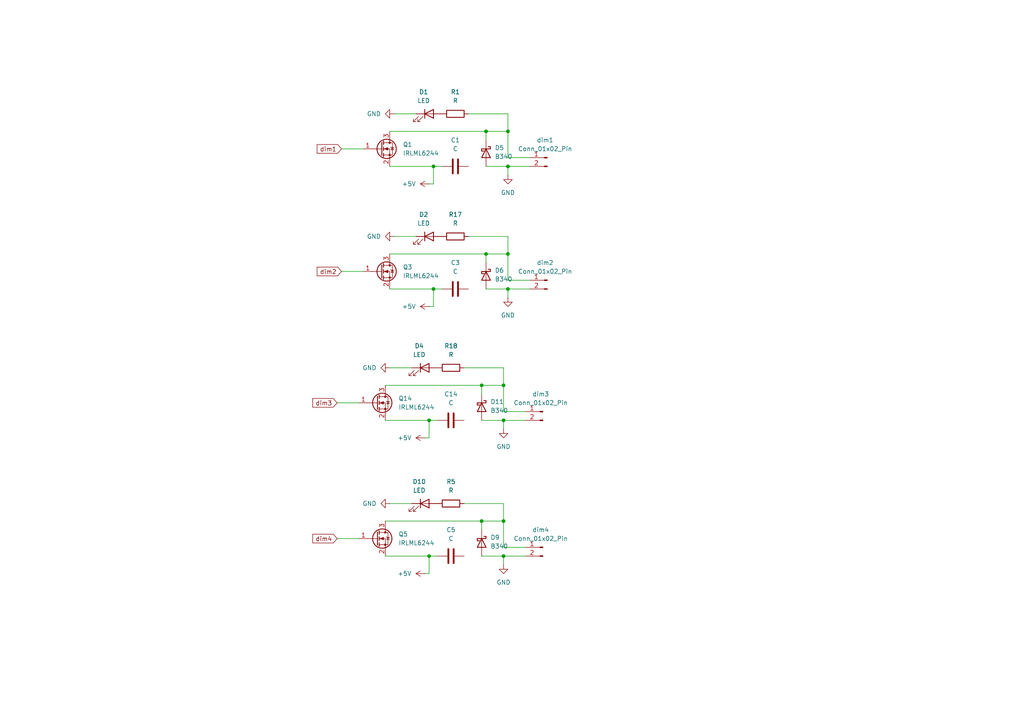
<source format=kicad_sch>
(kicad_sch (version 20231120) (generator "eeschema") (generator_version "8.0")
  (paper "A4")
  (lib_symbols
    (symbol "Connector:Conn_01x02_Pin" (pin_names (offset 1.016) hide)
      (property "Reference" "J" (at 0 2.54 0))
      (property "Value" "Conn_01x02_Pin" (at 0 -5.08 0))
      (symbol "Conn_01x02_Pin_1_1"
        (polyline (pts (xy 1.27 -2.54) (xy 0.8636 -2.54)) (stroke (width 0.1524)))
        (polyline (pts (xy 1.27 0) (xy 0.8636 0)) (stroke (width 0.1524)))
        (rectangle (start 0.8636 -2.413) (end 0 -2.667) (stroke (width 0.1524)) (fill (type outline)))
        (rectangle (start 0.8636 0.127) (end 0 -0.127) (stroke (width 0.1524)) (fill (type outline)))
        (pin passive line (at 5.08 0 180) (length 3.81) (name "Pin_1") (number "1"))
        (pin passive line (at 5.08 -2.54 180) (length 3.81) (name "Pin_2") (number "2"))
      )
    )
    (symbol "Device:C" (pin_numbers hide) (pin_names (offset 0.254))
      (property "Reference" "C" (at 0.635 2.54 0))
      (property "Value" "C" (at 0.635 -2.54 0))
      (symbol "C_0_1"
        (polyline (pts (xy -2.032 -0.762) (xy 2.032 -0.762)) (stroke (width 0.508)))
        (polyline (pts (xy -2.032 0.762) (xy 2.032 0.762)) (stroke (width 0.508)))
      )
      (symbol "C_1_1"
        (pin passive line (at 0 3.81 270) (length 2.794) (name "~") (number "1"))
        (pin passive line (at 0 -3.81 90) (length 2.794) (name "~") (number "2"))
      )
    )
    (symbol "Device:LED" (pin_numbers hide) (pin_names (offset 1.016) hide)
      (property "Reference" "D" (at 0 2.54 0))
      (property "Value" "LED" (at 0 -2.54 0))
      (symbol "LED_0_1"
        (polyline (pts (xy -1.27 -1.27) (xy -1.27 1.27)) (stroke (width 0.254)))
        (polyline (pts (xy -1.27 0) (xy 1.27 0)))
        (polyline (pts (xy 1.27 -1.27) (xy 1.27 1.27) (xy -1.27 0) (xy 1.27 -1.27)) (stroke (width 0.254)))
        (polyline (pts (xy -3.048 -0.762) (xy -4.572 -2.286) (xy -3.81 -2.286) (xy -4.572 -2.286) (xy -4.572 -1.524)))
        (polyline (pts (xy -1.778 -0.762) (xy -3.302 -2.286) (xy -2.54 -2.286) (xy -3.302 -2.286) (xy -3.302 -1.524)))
      )
      (symbol "LED_1_1"
        (pin passive line (at -3.81 0 0) (length 2.54) (name "K") (number "1"))
        (pin passive line (at 3.81 0 180) (length 2.54) (name "A") (number "2"))
      )
    )
    (symbol "Device:R" (pin_numbers hide) (pin_names (offset 0))
      (property "Reference" "R" (at 2.032 0 90))
      (property "Value" "R" (at 0 0 90))
      (symbol "R_0_1"
        (rectangle (start -1.016 -2.54) (end 1.016 2.54) (stroke (width 0.254)))
      )
      (symbol "R_1_1"
        (pin passive line (at 0 3.81 270) (length 1.27) (name "~") (number "1"))
        (pin passive line (at 0 -3.81 90) (length 1.27) (name "~") (number "2"))
      )
    )
    (symbol "Diode:B340" (pin_numbers hide) (pin_names (offset 1.016) hide)
      (property "Reference" "D" (at 0 2.54 0))
      (property "Value" "B340" (at 0 -2.54 0))
      (symbol "B340_0_1"
        (polyline (pts (xy 1.27 0) (xy -1.27 0)))
        (polyline (pts (xy 1.27 1.27) (xy 1.27 -1.27) (xy -1.27 0) (xy 1.27 1.27)) (stroke (width 0.254)))
        (polyline (pts (xy -1.905 0.635) (xy -1.905 1.27) (xy -1.27 1.27) (xy -1.27 -1.27) (xy -0.635 -1.27) (xy -0.635 -0.635)) (stroke (width 0.254)))
      )
      (symbol "B340_1_1"
        (pin passive line (at -3.81 0 0) (length 2.54) (name "K") (number "1"))
        (pin passive line (at 3.81 0 180) (length 2.54) (name "A") (number "2"))
      )
    )
    (symbol "Transistor_FET:IRLML6244" (pin_names hide)
      (property "Reference" "Q" (at 5.08 1.905 0))
      (property "Value" "IRLML6244" (at 5.08 0 0))
      (symbol "IRLML6244_0_1"
        (polyline (pts (xy 0.254 0) (xy -2.54 0)))
        (polyline (pts (xy 0.254 1.905) (xy 0.254 -1.905)) (stroke (width 0.254)))
        (polyline (pts (xy 0.762 -1.27) (xy 0.762 -2.286)) (stroke (width 0.254)))
        (polyline (pts (xy 0.762 0.508) (xy 0.762 -0.508)) (stroke (width 0.254)))
        (polyline (pts (xy 0.762 2.286) (xy 0.762 1.27)) (stroke (width 0.254)))
        (polyline (pts (xy 2.54 2.54) (xy 2.54 1.778)))
        (polyline (pts (xy 2.54 -2.54) (xy 2.54 0) (xy 0.762 0)))
        (polyline (pts (xy 0.762 -1.778) (xy 3.302 -1.778) (xy 3.302 1.778) (xy 0.762 1.778)))
        (polyline (pts (xy 1.016 0) (xy 2.032 0.381) (xy 2.032 -0.381) (xy 1.016 0)) (fill (type outline)))
        (polyline (pts (xy 2.794 0.508) (xy 2.921 0.381) (xy 3.683 0.381) (xy 3.81 0.254)))
        (polyline (pts (xy 3.302 0.381) (xy 2.921 -0.254) (xy 3.683 -0.254) (xy 3.302 0.381)))
        (circle (center 1.651 0) (radius 2.794) (stroke (width 0.254)))
        (circle (center 2.54 -1.778) (radius 0.254) (fill (type outline)))
        (circle (center 2.54 1.778) (radius 0.254) (fill (type outline)))
      )
      (symbol "IRLML6244_1_1"
        (pin input line (at -5.08 0 0) (length 2.54) (name "G") (number "1"))
        (pin passive line (at 2.54 -5.08 90) (length 2.54) (name "S") (number "2"))
        (pin passive line (at 2.54 5.08 270) (length 2.54) (name "D") (number "3"))
      )
    )
    (symbol "power:+5V" (power) (pin_numbers hide) (pin_names (offset 0) hide)
      (property "Value" "+5V" (at 0 3.556 0))
      (symbol "+5V_0_1"
        (polyline (pts (xy -0.762 1.27) (xy 0 2.54)))
        (polyline (pts (xy 0 0) (xy 0 2.54)))
        (polyline (pts (xy 0 2.54) (xy 0.762 1.27)))
      )
      (symbol "+5V_1_1"
        (pin power_in line (at 0 0 90) (length 0) (name "~") (number "1"))
      )
    )
    (symbol "power:GND" (power) (pin_numbers hide) (pin_names (offset 0) hide)
      (property "Value" "GND" (at 0 -3.81 0))
      (symbol "GND_0_1"
        (polyline (pts (xy 0 0) (xy 0 -1.27) (xy 1.27 -1.27) (xy 0 -2.54) (xy -1.27 -1.27) (xy 0 -1.27)))
      )
      (symbol "GND_1_1"
        (pin power_in line (at 0 0 270) (length 0) (name "~") (number "1"))
      )
    )
  )
  (junction (at 146.05 161.29))
  (junction (at 125.73 48.26))
  (junction (at 146.05 151.13))
  (junction (at 147.32 38.1))
  (junction (at 139.7 151.13))
  (junction (at 146.05 121.92))
  (junction (at 146.05 111.76))
  (junction (at 147.32 48.26))
  (junction (at 139.7 111.76))
  (junction (at 147.32 83.82))
  (junction (at 147.32 73.66))
  (junction (at 140.97 73.66))
  (junction (at 124.46 161.29))
  (junction (at 125.73 83.82))
  (junction (at 124.46 121.92))
  (junction (at 140.97 38.1))
  (wire (pts (xy 124.46 53.34) (xy 125.73 53.34)))
  (wire (pts (xy 111.76 161.29) (xy 124.46 161.29)))
  (wire (pts (xy 124.46 166.37) (xy 124.46 161.29)))
  (wire (pts (xy 124.46 161.29) (xy 127 161.29)))
  (wire (pts (xy 146.05 111.76) (xy 146.05 119.38)))
  (wire (pts (xy 125.73 48.26) (xy 128.27 48.26)))
  (wire (pts (xy 147.32 73.66) (xy 147.32 81.28)))
  (wire (pts (xy 140.97 38.1) (xy 140.97 40.64)))
  (wire (pts (xy 114.3 33.02) (xy 120.65 33.02)))
  (wire (pts (xy 123.19 166.37) (xy 124.46 166.37)))
  (wire (pts (xy 146.05 106.68) (xy 146.05 111.76)))
  (wire (pts (xy 123.19 127) (xy 124.46 127)))
  (wire (pts (xy 139.7 151.13) (xy 139.7 153.67)))
  (wire (pts (xy 146.05 151.13) (xy 146.05 158.75)))
  (wire (pts (xy 104.14 116.84) (xy 97.79 116.84)))
  (wire (pts (xy 146.05 146.05) (xy 146.05 151.13)))
  (wire (pts (xy 139.7 151.13) (xy 146.05 151.13)))
  (wire (pts (xy 146.05 158.75) (xy 152.4 158.75)))
  (wire (pts (xy 124.46 121.92) (xy 127 121.92)))
  (wire (pts (xy 111.76 151.13) (xy 139.7 151.13)))
  (wire (pts (xy 147.32 33.02) (xy 147.32 38.1)))
  (wire (pts (xy 104.14 156.21) (xy 97.79 156.21)))
  (wire (pts (xy 113.03 106.68) (xy 119.38 106.68)))
  (wire (pts (xy 113.03 73.66) (xy 140.97 73.66)))
  (wire (pts (xy 139.7 121.92) (xy 146.05 121.92)))
  (wire (pts (xy 135.89 33.02) (xy 147.32 33.02)))
  (wire (pts (xy 140.97 73.66) (xy 140.97 76.2)))
  (wire (pts (xy 147.32 48.26) (xy 147.32 50.8)))
  (wire (pts (xy 113.03 146.05) (xy 119.38 146.05)))
  (wire (pts (xy 147.32 68.58) (xy 147.32 73.66)))
  (wire (pts (xy 147.32 83.82) (xy 147.32 86.36)))
  (wire (pts (xy 146.05 119.38) (xy 152.4 119.38)))
  (wire (pts (xy 139.7 111.76) (xy 146.05 111.76)))
  (wire (pts (xy 140.97 38.1) (xy 147.32 38.1)))
  (wire (pts (xy 146.05 121.92) (xy 146.05 124.46)))
  (wire (pts (xy 147.32 45.72) (xy 153.67 45.72)))
  (wire (pts (xy 125.73 88.9) (xy 125.73 83.82)))
  (wire (pts (xy 139.7 111.76) (xy 139.7 114.3)))
  (wire (pts (xy 124.46 127) (xy 124.46 121.92)))
  (wire (pts (xy 113.03 48.26) (xy 125.73 48.26)))
  (wire (pts (xy 125.73 53.34) (xy 125.73 48.26)))
  (wire (pts (xy 105.41 78.74) (xy 99.06 78.74)))
  (wire (pts (xy 113.03 83.82) (xy 125.73 83.82)))
  (wire (pts (xy 105.41 43.18) (xy 99.06 43.18)))
  (wire (pts (xy 147.32 38.1) (xy 147.32 45.72)))
  (wire (pts (xy 125.73 83.82) (xy 128.27 83.82)))
  (wire (pts (xy 111.76 111.76) (xy 139.7 111.76)))
  (wire (pts (xy 152.4 121.92) (xy 146.05 121.92)))
  (wire (pts (xy 147.32 81.28) (xy 153.67 81.28)))
  (wire (pts (xy 134.62 106.68) (xy 146.05 106.68)))
  (wire (pts (xy 153.67 48.26) (xy 147.32 48.26)))
  (wire (pts (xy 114.3 68.58) (xy 120.65 68.58)))
  (wire (pts (xy 135.89 68.58) (xy 147.32 68.58)))
  (wire (pts (xy 153.67 83.82) (xy 147.32 83.82)))
  (wire (pts (xy 146.05 161.29) (xy 146.05 163.83)))
  (wire (pts (xy 139.7 161.29) (xy 146.05 161.29)))
  (wire (pts (xy 140.97 83.82) (xy 147.32 83.82)))
  (wire (pts (xy 134.62 146.05) (xy 146.05 146.05)))
  (wire (pts (xy 140.97 48.26) (xy 147.32 48.26)))
  (wire (pts (xy 152.4 161.29) (xy 146.05 161.29)))
  (wire (pts (xy 111.76 121.92) (xy 124.46 121.92)))
  (wire (pts (xy 113.03 38.1) (xy 140.97 38.1)))
  (wire (pts (xy 140.97 73.66) (xy 147.32 73.66)))
  (wire (pts (xy 124.46 88.9) (xy 125.73 88.9)))
  (global_label "dim2" (shape input) (at 99.06 78.74 180) (property "Intersheetrefs" "${INTERSHEET_REFS}" (effects (hide yes))))
  (global_label "dim3" (shape input) (at 97.79 116.84 180) (property "Intersheetrefs" "${INTERSHEET_REFS}" (effects (hide yes))))
  (global_label "dim1" (shape input) (at 99.06 43.18 180) (property "Intersheetrefs" "${INTERSHEET_REFS}" (effects (hide yes))))
  (global_label "dim4" (shape input) (at 97.79 156.21 180) (property "Intersheetrefs" "${INTERSHEET_REFS}" (effects (hide yes))))
  (symbol (lib_id "Device:C") (at 130.81 161.29 270) (unit 1)
    (property "Reference" "C5" (at 130.81 153.67 90))
    (property "Value" "C" (at 130.81 156.21 90))
    (property "Footprint" "Capacitor_SMD:C_0805_2012Metric_Pad1.18x1.45mm_HandSolder" (effects (hide yes)))
    (property "Description" "Unpolarized capacitor" (effects (hide yes)))
  )
  (symbol (lib_id "power:GND") (at 113.03 106.68 270) (unit 1)
    (property "Reference" "#PWR04" (effects (hide yes)))
    (property "Value" "GND" (at 109.22 106.6799 90) (effects (justify right)))
    (property "Description" "Power symbol creates a global label with name \"GND\" , ground" (effects (hide yes)))
  )
  (symbol (lib_id "Connector:Conn_01x02_Pin") (at 158.75 81.28 0) (mirror y) (unit 1)
    (property "Reference" "dim2" (at 158.115 76.2 0))
    (property "Value" "Conn_01x02_Pin" (at 158.115 78.74 0))
    (property "Footprint" "Connector_JST:JST_XH_S2B-XH-A_1x02_P2.50mm_Horizontal" (effects (hide yes)))
    (property "Description" "Generic connector, single row, 01x02, script generated" (effects (hide yes)))
  )
  (symbol (lib_id "power:GND") (at 146.05 124.46 0) (unit 1)
    (property "Reference" "#PWR080" (effects (hide yes)))
    (property "Value" "GND" (at 146.05 129.54 0))
    (property "Description" "Power symbol creates a global label with name \"GND\" , ground" (effects (hide yes)))
  )
  (symbol (lib_id "Device:R") (at 130.81 146.05 90) (unit 1)
    (property "Reference" "R5" (at 130.81 139.7 90))
    (property "Value" "R" (at 130.81 142.24 90))
    (property "Footprint" "Resistor_SMD:R_0805_2012Metric_Pad1.20x1.40mm_HandSolder" (effects (hide yes)))
    (property "Description" "Resistor" (effects (hide yes)))
  )
  (symbol (lib_id "power:GND") (at 114.3 68.58 270) (unit 1)
    (property "Reference" "#PWR03" (effects (hide yes)))
    (property "Value" "GND" (at 110.49 68.5799 90) (effects (justify right)))
    (property "Description" "Power symbol creates a global label with name \"GND\" , ground" (effects (hide yes)))
  )
  (symbol (lib_id "Device:C") (at 132.08 48.26 270) (unit 1)
    (property "Reference" "C1" (at 132.08 40.64 90))
    (property "Value" "C" (at 132.08 43.18 90))
    (property "Footprint" "Capacitor_SMD:C_0805_2012Metric_Pad1.18x1.45mm_HandSolder" (effects (hide yes)))
    (property "Description" "Unpolarized capacitor" (effects (hide yes)))
  )
  (symbol (lib_id "power:+5V") (at 123.19 127 90) (unit 1)
    (property "Reference" "#PWR021" (effects (hide yes)))
    (property "Value" "+5V" (at 119.38 126.9999 90) (effects (justify left)))
    (property "Description" "Power symbol creates a global label with name \"+5V\"" (effects (hide yes)))
  )
  (symbol (lib_id "Transistor_FET:IRLML6244") (at 110.49 78.74 0) (unit 1)
    (property "Reference" "Q3" (at 116.84 77.4699 0) (effects (justify left)))
    (property "Value" "IRLML6244" (at 116.84 80.0099 0) (effects (justify left)))
    (property "Footprint" "Package_TO_SOT_SMD:SOT-23" (effects (hide yes)))
    (property "Datasheet" "https://www.infineon.com/dgdl/Infineon-IRLML6244-DataSheet-v01_01-EN.pdf?fileId=5546d462533600a4015356686fed261f" (effects (hide yes)))
    (property "Description" "6.3A Id, 20V Vds, 21mOhm Rds, N-Channel StrongIRFET Power MOSFET, SOT-23" (effects (hide yes)))
  )
  (symbol (lib_id "power:GND") (at 146.05 163.83 0) (unit 1)
    (property "Reference" "#PWR020" (effects (hide yes)))
    (property "Value" "GND" (at 146.05 168.91 0))
    (property "Description" "Power symbol creates a global label with name \"GND\" , ground" (effects (hide yes)))
  )
  (symbol (lib_id "Device:LED") (at 123.19 146.05 0) (unit 1)
    (property "Reference" "D10" (at 121.6025 139.7 0))
    (property "Value" "LED" (at 121.6025 142.24 0))
    (property "Footprint" "LED_SMD:LED_0805_2012Metric_Pad1.15x1.40mm_HandSolder" (effects (hide yes)))
    (property "Description" "Light emitting diode" (effects (hide yes)))
  )
  (symbol (lib_id "Device:C") (at 130.81 121.92 270) (unit 1)
    (property "Reference" "C14" (at 130.81 114.3 90))
    (property "Value" "C" (at 130.81 116.84 90))
    (property "Footprint" "Capacitor_SMD:C_0805_2012Metric_Pad1.18x1.45mm_HandSolder" (effects (hide yes)))
    (property "Description" "Unpolarized capacitor" (effects (hide yes)))
  )
  (symbol (lib_id "Device:R") (at 132.08 33.02 90) (unit 1)
    (property "Reference" "R1" (at 132.08 26.67 90))
    (property "Value" "R" (at 132.08 29.21 90))
    (property "Footprint" "Resistor_SMD:R_0805_2012Metric_Pad1.20x1.40mm_HandSolder" (effects (hide yes)))
    (property "Description" "Resistor" (effects (hide yes)))
  )
  (symbol (lib_id "Diode:B340") (at 140.97 80.01 270) (unit 1)
    (property "Reference" "D6" (at 143.51 78.4224 90) (effects (justify left)))
    (property "Value" "B340" (at 143.51 80.9624 90) (effects (justify left)))
    (property "Footprint" "Diode_SMD:D_SMC" (effects (hide yes)))
    (property "Datasheet" "http://www.jameco.com/Jameco/Products/ProdDS/1538777.pdf" (effects (hide yes)))
    (property "Description" "40V 3A Schottky Barrier Rectifier Diode, SMC" (effects (hide yes)))
  )
  (symbol (lib_id "power:+5V") (at 123.19 166.37 90) (unit 1)
    (property "Reference" "#PWR019" (effects (hide yes)))
    (property "Value" "+5V" (at 119.38 166.3699 90) (effects (justify left)))
    (property "Description" "Power symbol creates a global label with name \"+5V\"" (effects (hide yes)))
  )
  (symbol (lib_id "power:GND") (at 147.32 86.36 0) (unit 1)
    (property "Reference" "#PWR078" (effects (hide yes)))
    (property "Value" "GND" (at 147.32 91.44 0))
    (property "Description" "Power symbol creates a global label with name \"GND\" , ground" (effects (hide yes)))
  )
  (symbol (lib_id "Diode:B340") (at 139.7 157.48 270) (unit 1)
    (property "Reference" "D9" (at 142.24 155.8924 90) (effects (justify left)))
    (property "Value" "B340" (at 142.24 158.4324 90) (effects (justify left)))
    (property "Footprint" "Diode_SMD:D_SMC" (effects (hide yes)))
    (property "Datasheet" "http://www.jameco.com/Jameco/Products/ProdDS/1538777.pdf" (effects (hide yes)))
    (property "Description" "40V 3A Schottky Barrier Rectifier Diode, SMC" (effects (hide yes)))
  )
  (symbol (lib_id "Device:LED") (at 123.19 106.68 0) (unit 1)
    (property "Reference" "D4" (at 121.6025 100.33 0))
    (property "Value" "LED" (at 121.6025 102.87 0))
    (property "Footprint" "LED_SMD:LED_0805_2012Metric_Pad1.15x1.40mm_HandSolder" (effects (hide yes)))
    (property "Description" "Light emitting diode" (effects (hide yes)))
  )
  (symbol (lib_id "power:+5V") (at 124.46 53.34 90) (unit 1)
    (property "Reference" "#PWR014" (effects (hide yes)))
    (property "Value" "+5V" (at 120.65 53.3399 90) (effects (justify left)))
    (property "Description" "Power symbol creates a global label with name \"+5V\"" (effects (hide yes)))
  )
  (symbol (lib_id "Transistor_FET:IRLML6244") (at 110.49 43.18 0) (unit 1)
    (property "Reference" "Q1" (at 116.84 41.9099 0) (effects (justify left)))
    (property "Value" "IRLML6244" (at 116.84 44.4499 0) (effects (justify left)))
    (property "Footprint" "Package_TO_SOT_SMD:SOT-23" (effects (hide yes)))
    (property "Datasheet" "https://www.infineon.com/dgdl/Infineon-IRLML6244-DataSheet-v01_01-EN.pdf?fileId=5546d462533600a4015356686fed261f" (effects (hide yes)))
    (property "Description" "6.3A Id, 20V Vds, 21mOhm Rds, N-Channel StrongIRFET Power MOSFET, SOT-23" (effects (hide yes)))
  )
  (symbol (lib_id "Diode:B340") (at 140.97 44.45 270) (unit 1)
    (property "Reference" "D5" (at 143.51 42.8624 90) (effects (justify left)))
    (property "Value" "B340" (at 143.51 45.4024 90) (effects (justify left)))
    (property "Footprint" "Diode_SMD:D_SMC" (effects (hide yes)))
    (property "Datasheet" "http://www.jameco.com/Jameco/Products/ProdDS/1538777.pdf" (effects (hide yes)))
    (property "Description" "40V 3A Schottky Barrier Rectifier Diode, SMC" (effects (hide yes)))
  )
  (symbol (lib_id "Transistor_FET:IRLML6244") (at 109.22 116.84 0) (unit 1)
    (property "Reference" "Q14" (at 115.57 115.5699 0) (effects (justify left)))
    (property "Value" "IRLML6244" (at 115.57 118.1099 0) (effects (justify left)))
    (property "Footprint" "Package_TO_SOT_SMD:SOT-23" (effects (hide yes)))
    (property "Datasheet" "https://www.infineon.com/dgdl/Infineon-IRLML6244-DataSheet-v01_01-EN.pdf?fileId=5546d462533600a4015356686fed261f" (effects (hide yes)))
    (property "Description" "6.3A Id, 20V Vds, 21mOhm Rds, N-Channel StrongIRFET Power MOSFET, SOT-23" (effects (hide yes)))
  )
  (symbol (lib_id "Device:R") (at 132.08 68.58 90) (unit 1)
    (property "Reference" "R17" (at 132.08 62.23 90))
    (property "Value" "R" (at 132.08 64.77 90))
    (property "Footprint" "Resistor_SMD:R_0805_2012Metric_Pad1.20x1.40mm_HandSolder" (effects (hide yes)))
    (property "Description" "Resistor" (effects (hide yes)))
  )
  (symbol (lib_id "Transistor_FET:IRLML6244") (at 109.22 156.21 0) (unit 1)
    (property "Reference" "Q5" (at 115.57 154.9399 0) (effects (justify left)))
    (property "Value" "IRLML6244" (at 115.57 157.4799 0) (effects (justify left)))
    (property "Footprint" "Package_TO_SOT_SMD:SOT-23" (effects (hide yes)))
    (property "Datasheet" "https://www.infineon.com/dgdl/Infineon-IRLML6244-DataSheet-v01_01-EN.pdf?fileId=5546d462533600a4015356686fed261f" (effects (hide yes)))
    (property "Description" "6.3A Id, 20V Vds, 21mOhm Rds, N-Channel StrongIRFET Power MOSFET, SOT-23" (effects (hide yes)))
  )
  (symbol (lib_id "power:GND") (at 113.03 146.05 270) (unit 1)
    (property "Reference" "#PWR026" (effects (hide yes)))
    (property "Value" "GND" (at 109.22 146.0499 90) (effects (justify right)))
    (property "Description" "Power symbol creates a global label with name \"GND\" , ground" (effects (hide yes)))
  )
  (symbol (lib_id "Device:R") (at 130.81 106.68 90) (unit 1)
    (property "Reference" "R18" (at 130.81 100.33 90))
    (property "Value" "R" (at 130.81 102.87 90))
    (property "Footprint" "Resistor_SMD:R_0805_2012Metric_Pad1.20x1.40mm_HandSolder" (effects (hide yes)))
    (property "Description" "Resistor" (effects (hide yes)))
  )
  (symbol (lib_id "power:GND") (at 147.32 50.8 0) (unit 1)
    (property "Reference" "#PWR079" (effects (hide yes)))
    (property "Value" "GND" (at 147.32 55.88 0))
    (property "Description" "Power symbol creates a global label with name \"GND\" , ground" (effects (hide yes)))
  )
  (symbol (lib_id "Connector:Conn_01x02_Pin") (at 158.75 45.72 0) (mirror y) (unit 1)
    (property "Reference" "dim1" (at 158.115 40.64 0))
    (property "Value" "Conn_01x02_Pin" (at 158.115 43.18 0))
    (property "Footprint" "Connector_JST:JST_XH_S2B-XH-A_1x02_P2.50mm_Horizontal" (effects (hide yes)))
    (property "Description" "Generic connector, single row, 01x02, script generated" (effects (hide yes)))
  )
  (symbol (lib_id "Diode:B340") (at 139.7 118.11 270) (unit 1)
    (property "Reference" "D11" (at 142.24 116.5224 90) (effects (justify left)))
    (property "Value" "B340" (at 142.24 119.0624 90) (effects (justify left)))
    (property "Footprint" "Diode_SMD:D_SMC" (effects (hide yes)))
    (property "Datasheet" "http://www.jameco.com/Jameco/Products/ProdDS/1538777.pdf" (effects (hide yes)))
    (property "Description" "40V 3A Schottky Barrier Rectifier Diode, SMC" (effects (hide yes)))
  )
  (symbol (lib_id "Connector:Conn_01x02_Pin") (at 157.48 119.38 0) (mirror y) (unit 1)
    (property "Reference" "dim3" (at 156.845 114.3 0))
    (property "Value" "Conn_01x02_Pin" (at 156.845 116.84 0))
    (property "Footprint" "Connector_JST:JST_XH_S2B-XH-A_1x02_P2.50mm_Horizontal" (effects (hide yes)))
    (property "Description" "Generic connector, single row, 01x02, script generated" (effects (hide yes)))
  )
  (symbol (lib_id "Device:LED") (at 124.46 33.02 0) (unit 1)
    (property "Reference" "D1" (at 122.8725 26.67 0))
    (property "Value" "LED" (at 122.8725 29.21 0))
    (property "Footprint" "LED_SMD:LED_0805_2012Metric_Pad1.15x1.40mm_HandSolder" (effects (hide yes)))
    (property "Description" "Light emitting diode" (effects (hide yes)))
  )
  (symbol (lib_id "Device:C") (at 132.08 83.82 270) (unit 1)
    (property "Reference" "C3" (at 132.08 76.2 90))
    (property "Value" "C" (at 132.08 78.74 90))
    (property "Footprint" "Capacitor_SMD:C_0805_2012Metric_Pad1.18x1.45mm_HandSolder" (effects (hide yes)))
    (property "Description" "Unpolarized capacitor" (effects (hide yes)))
  )
  (symbol (lib_id "power:GND") (at 114.3 33.02 270) (unit 1)
    (property "Reference" "#PWR02" (effects (hide yes)))
    (property "Value" "GND" (at 110.49 33.0199 90) (effects (justify right)))
    (property "Description" "Power symbol creates a global label with name \"GND\" , ground" (effects (hide yes)))
  )
  (symbol (lib_id "Connector:Conn_01x02_Pin") (at 157.48 158.75 0) (mirror y) (unit 1)
    (property "Reference" "dim4" (at 156.845 153.67 0))
    (property "Value" "Conn_01x02_Pin" (at 156.845 156.21 0))
    (property "Footprint" "Connector_JST:JST_XH_S2B-XH-A_1x02_P2.50mm_Horizontal" (effects (hide yes)))
    (property "Description" "Generic connector, single row, 01x02, script generated" (effects (hide yes)))
  )
  (symbol (lib_id "Device:LED") (at 124.46 68.58 0) (unit 1)
    (property "Reference" "D2" (at 122.8725 62.23 0))
    (property "Value" "LED" (at 122.8725 64.77 0))
    (property "Footprint" "LED_SMD:LED_0805_2012Metric_Pad1.15x1.40mm_HandSolder" (effects (hide yes)))
    (property "Description" "Light emitting diode" (effects (hide yes)))
  )
  (symbol (lib_id "power:+5V") (at 124.46 88.9 90) (unit 1)
    (property "Reference" "#PWR018" (effects (hide yes)))
    (property "Value" "+5V" (at 120.65 88.8999 90) (effects (justify left)))
    (property "Description" "Power symbol creates a global label with name \"+5V\"" (effects (hide yes)))
  )
)
</source>
